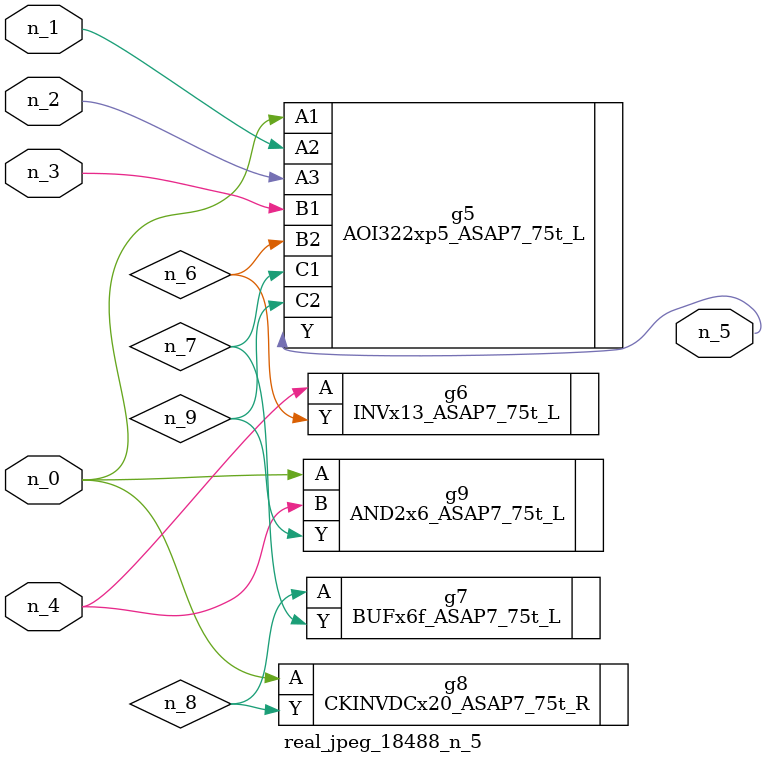
<source format=v>
module real_jpeg_18488_n_5 (n_4, n_0, n_1, n_2, n_3, n_5);

input n_4;
input n_0;
input n_1;
input n_2;
input n_3;

output n_5;

wire n_8;
wire n_6;
wire n_7;
wire n_9;

AOI322xp5_ASAP7_75t_L g5 ( 
.A1(n_0),
.A2(n_1),
.A3(n_2),
.B1(n_3),
.B2(n_6),
.C1(n_7),
.C2(n_9),
.Y(n_5)
);

CKINVDCx20_ASAP7_75t_R g8 ( 
.A(n_0),
.Y(n_8)
);

AND2x6_ASAP7_75t_L g9 ( 
.A(n_0),
.B(n_4),
.Y(n_9)
);

INVx13_ASAP7_75t_L g6 ( 
.A(n_4),
.Y(n_6)
);

BUFx6f_ASAP7_75t_L g7 ( 
.A(n_8),
.Y(n_7)
);


endmodule
</source>
